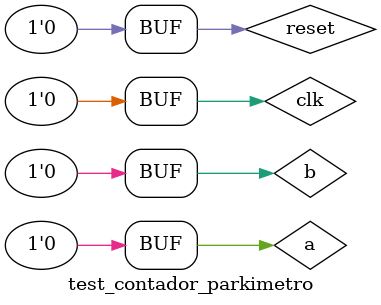
<source format=v>
`timescale 1ns / 1ps


module test_contador_parkimetro;
	localparam T=20;
	// Inputs
	reg clk;
	reg reset;
	reg a;
	reg b;

	// Outputs
	wire entra;
	wire sale;
	wire error;
	wire [3:0] contador;
	wire [3:0] an;
	wire [7:0] sseg;

	// Instantiate the Unit Under Test (UUT)
	contador_parkimetro uut (
		.clk(clk), 
		.reset(reset), 
		.a(a), 
		.b(b), 
		.entra(entra), 
		.sale(sale), 
		.error(error), 
		.contador_n(contador),
		.an(an), 
		.sseg(sseg)
	);

	localparam [1:0]
		vacio = 2'b00,
		moviendose = 2'b10,
		estacionado = 2'b11,
		invalido = 2'b01;

	always 
		begin
			clk = 1'b1;
			#(T/2);
			clk = 1'b0;
			#(T/2);
		end
	
	initial begin
	
	
		reset = 1'b0;
			#(T/2);
		reset = 1'b1;
			#(T/2);
		reset = 1'b0;
			
		// Initialize Inputs
		{a, b} = vacio;

		#100;
		{a, b} = moviendose;
	
		#134;
		{a, b} = vacio;

		#75;
		{a, b} = estacionado; // error

		#74;
		{a, b} = vacio;


		#120;
		{a, b} = moviendose;
		
		#175;
		{a, b} = estacionado; // entra
		
		#134;
		{a, b} = moviendose;

		#134;
		{a, b} = estacionado;

		#120;
		{a, b} = moviendose;
		
		#134;
		{a, b} = vacio; // sale

		#120;
		{a, b} = moviendose;
		
		#175;
		{a, b} = estacionado;

		#120;
		{a, b} = moviendose;
		
		#120;
		{a, b} = vacio;

		
		#100;

	end
      
endmodule


</source>
